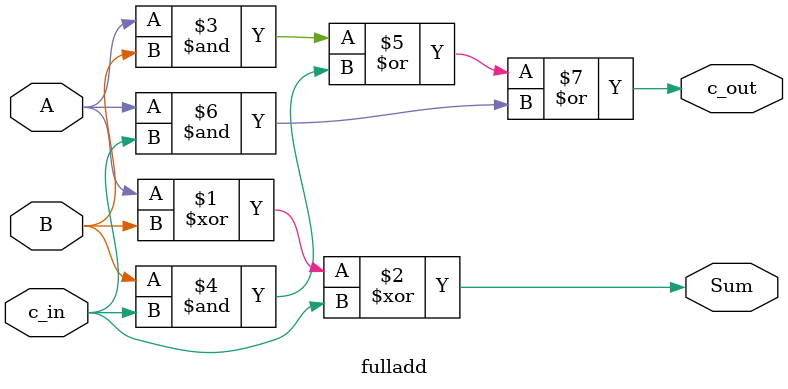
<source format=v>
module nbit_full_adder #(
    parameter N = 8  //parameter N = 16
)(
    input [N-1:0] A, B,
    input  c_in,
    output [N-1:0] Sum,
    output  c_out
);
    wire [N:0] carry;  // One extra bit for final carry
    assign carry[0] = c_in;

    genvar i;
    generate
        for (i = 0; i < N; i = i + 1) begin : full_adder_block
            fulladd uut (
                .A (A[i]),
                .B (B[i]),
                .c_in (carry[i]),
                .Sum (Sum[i]),
                .c_out(carry[i+1])
            );
        end
    endgenerate

    assign c_out = carry[N];
endmodule

module fulladd (
    input A, B, c_in,
    output Sum, c_out
);
    assign Sum  = A ^ B ^ c_in;
    assign c_out = (A & B) | (B & c_in) | (A & c_in);
endmodule



</source>
